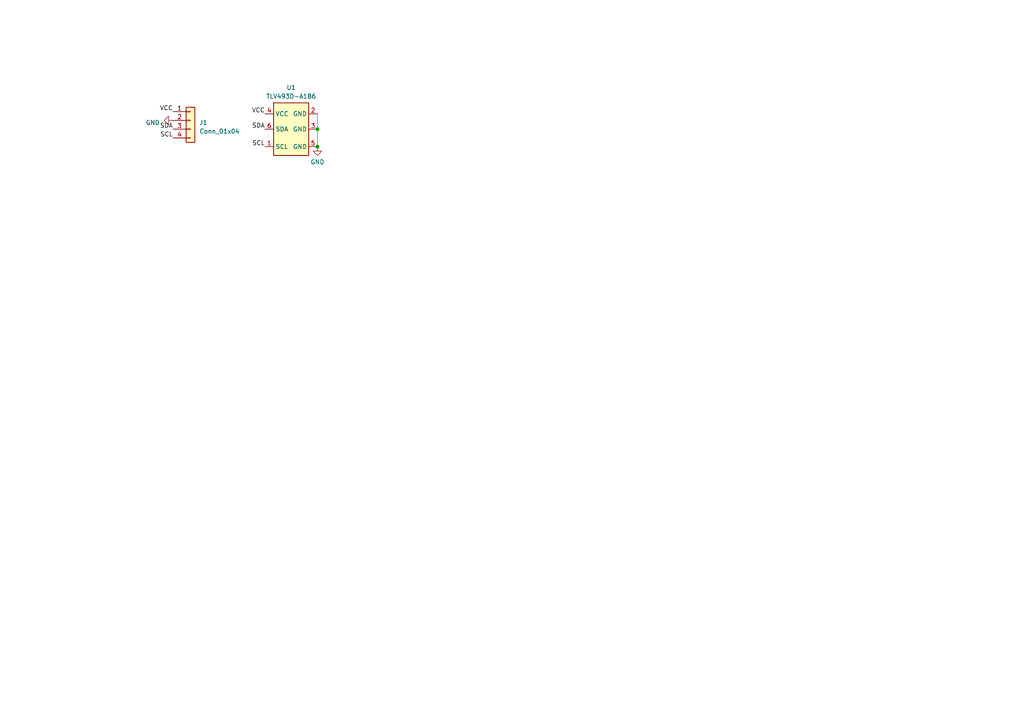
<source format=kicad_sch>
(kicad_sch (version 20230121) (generator eeschema)
  (paper "A4")
  (lib_symbols
    (symbol "Connector_Generic:Conn_01x04" (pin_names (offset 1.016) hide)
      (property "Reference" "J" (at 0 5.08 0))
      (property "Value" "Conn_01x04" (at 0 -7.62 0))
      (symbol "Conn_01x04_1_1"
        (rectangle (start -1.27 -4.953) (end 0 -5.207) (stroke (width 0.1524)))
        (rectangle (start -1.27 -2.413) (end 0 -2.667) (stroke (width 0.1524)))
        (rectangle (start -1.27 0.127) (end 0 -0.127) (stroke (width 0.1524)))
        (rectangle (start -1.27 2.667) (end 0 2.413) (stroke (width 0.1524)))
        (rectangle (start -1.27 3.81) (end 1.27 -6.35) (stroke (width 0.254)) (fill (type background)))
        (pin passive line (at -5.08 2.54 0) (length 3.81) (name "Pin_1") (number "1"))
        (pin passive line (at -5.08 0 0) (length 3.81) (name "Pin_2") (number "2"))
        (pin passive line (at -5.08 -2.54 0) (length 3.81) (name "Pin_3") (number "3"))
        (pin passive line (at -5.08 -5.08 0) (length 3.81) (name "Pin_4") (number "4"))
      )
    )
    (symbol "PEST:TLV493D-A1B6"
      (property "Reference" "U" (at 0 8.89 0))
      (property "Value" "TLV493D-A1B6" (at 0 -8.89 0))
      (symbol "TLV493D-A1B6_0_1"
        (rectangle (start -5.08 7.62) (end 5.08 -7.62) (stroke (width 0.254)) (fill (type background)))
      )
      (symbol "TLV493D-A1B6_1_1"
        (pin input line (at -7.62 -5.08 0) (length 2.54) (name "SCL") (number "1"))
        (pin power_in line (at 7.62 4.445 180) (length 2.54) (name "GND") (number "2"))
        (pin power_in line (at 7.62 0 180) (length 2.54) (name "GND") (number "3"))
        (pin power_in line (at -7.62 4.445 0) (length 2.54) (name "VCC") (number "4"))
        (pin power_in line (at 7.62 -5.08 180) (length 2.54) (name "GND") (number "5"))
        (pin input line (at -7.62 0 0) (length 2.54) (name "SDA") (number "6"))
      )
    )
    (symbol "power:GND" (power) (pin_names (offset 0))
      (property "Value" "GND" (at 0 -3.81 0))
      (symbol "GND_0_1"
        (polyline (pts (xy 0 0) (xy 0 -1.27) (xy 1.27 -1.27) (xy 0 -2.54) (xy -1.27 -1.27) (xy 0 -1.27)))
      )
      (symbol "GND_1_1"
        (pin power_in line (at 0 0 270) (length 0) hide (name "GND") (number "1"))
      )
    )
  )
  (junction (at 92.075 37.465))
  (junction (at 92.075 42.545))
  (wire (pts (xy 92.075 37.465) (xy 92.075 42.545)))
  (wire (pts (xy 92.075 33.02) (xy 92.075 37.465)))
  (label "SCL" (at 50.165 40.005 180))
  (label "SDA" (at 50.165 37.465 180))
  (label "VCC" (at 76.835 33.02 180))
  (label "SCL" (at 76.835 42.545 180))
  (label "SDA" (at 76.835 37.465 180))
  (label "VCC" (at 50.165 32.385 180))
  (symbol (lib_id "PEST:TLV493D-A1B6") (at 84.455 37.465 0) (unit 1)
    (property "Reference" "U1" (at 84.455 25.4 0))
    (property "Value" "TLV493D-A1B6" (at 84.455 27.94 0))
    (property "Footprint" "Package_SO:TSOP-6_1.65x3.05mm_P0.95mm" (effects hide))
  )
  (symbol (lib_id "power:GND") (at 92.075 42.545 0) (unit 1)
    (property "Reference" "#PWR01" (effects hide))
    (property "Value" "GND" (at 92.075 46.99 0))
  )
  (symbol (lib_id "Connector_Generic:Conn_01x04") (at 55.245 34.925 0) (unit 1)
    (property "Reference" "J1" (at 57.785 35.56 0) (effects (justify left)))
    (property "Value" "Conn_01x04" (at 57.785 38.1 0) (effects (justify left)))
    (property "Footprint" "Connector_PinHeader_2.54mm:PinHeader_1x04_P2.54mm_Horizontal" (effects hide))
  )
  (symbol (lib_id "power:GND") (at 50.165 34.925 270) (unit 1)
    (property "Reference" "#PWR02" (effects hide))
    (property "Value" "GND" (at 46.355 35.56 90) (effects (justify right)))
  )
)
</source>
